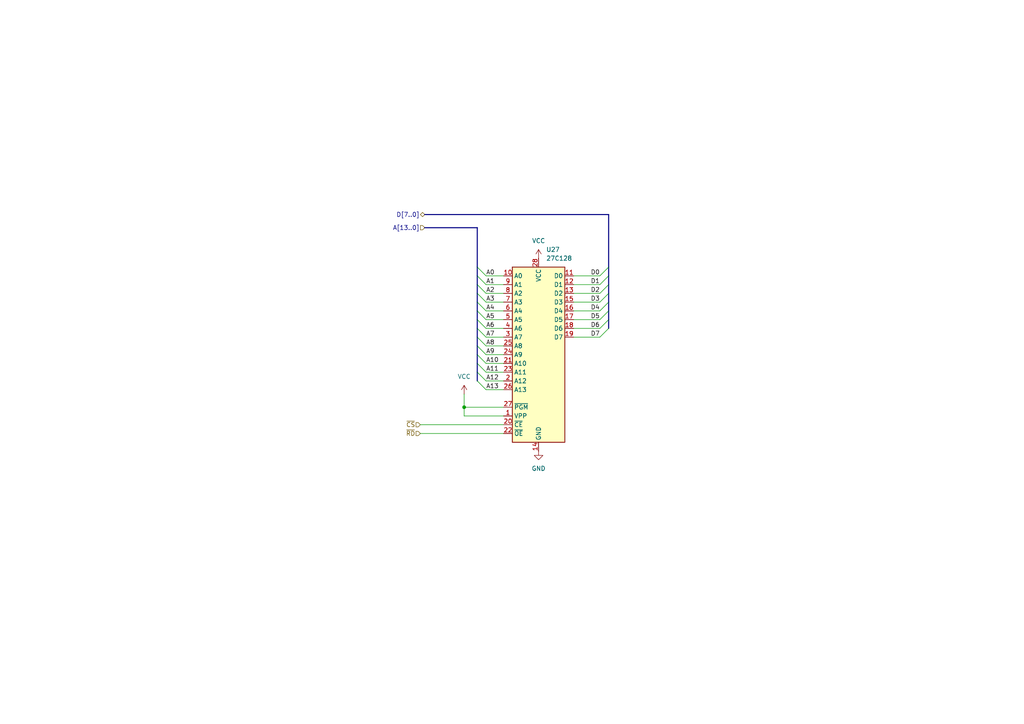
<source format=kicad_sch>
(kicad_sch (version 20231120) (generator "eeschema") (generator_version "8.0")
  (paper "A4")
  (lib_symbols
    (symbol "Memory_EPROM:27C128"
      (property "Reference" "U" (at -7.62 26.67 0))
      (property "Value" "27C128" (at 2.54 -26.67 0))
      (symbol "27C128_1_1"
        (rectangle (start -7.62 25.4) (end 7.62 -25.4) (stroke (width 0.254)) (fill (type background)))
        (pin input line (at -10.16 -17.78 0) (length 2.54) (name "VPP") (number "1"))
        (pin input line (at -10.16 22.86 0) (length 2.54) (name "A0") (number "10"))
        (pin tri_state line (at 10.16 22.86 180) (length 2.54) (name "D0") (number "11"))
        (pin tri_state line (at 10.16 20.32 180) (length 2.54) (name "D1") (number "12"))
        (pin tri_state line (at 10.16 17.78 180) (length 2.54) (name "D2") (number "13"))
        (pin power_in line (at 0 -27.94 90) (length 2.54) (name "GND") (number "14"))
        (pin tri_state line (at 10.16 15.24 180) (length 2.54) (name "D3") (number "15"))
        (pin tri_state line (at 10.16 12.7 180) (length 2.54) (name "D4") (number "16"))
        (pin tri_state line (at 10.16 10.16 180) (length 2.54) (name "D5") (number "17"))
        (pin tri_state line (at 10.16 7.62 180) (length 2.54) (name "D6") (number "18"))
        (pin tri_state line (at 10.16 5.08 180) (length 2.54) (name "D7") (number "19"))
        (pin input line (at -10.16 -7.62 0) (length 2.54) (name "A12") (number "2"))
        (pin input line (at -10.16 -20.32 0) (length 2.54) (name "~{CE}") (number "20"))
        (pin input line (at -10.16 -2.54 0) (length 2.54) (name "A10") (number "21"))
        (pin input line (at -10.16 -22.86 0) (length 2.54) (name "~{OE}") (number "22"))
        (pin input line (at -10.16 -5.08 0) (length 2.54) (name "A11") (number "23"))
        (pin input line (at -10.16 0 0) (length 2.54) (name "A9") (number "24"))
        (pin input line (at -10.16 2.54 0) (length 2.54) (name "A8") (number "25"))
        (pin input line (at -10.16 -10.16 0) (length 2.54) (name "A13") (number "26"))
        (pin input line (at -10.16 -15.24 0) (length 2.54) (name "~{PGM}") (number "27"))
        (pin power_in line (at 0 27.94 270) (length 2.54) (name "VCC") (number "28"))
        (pin input line (at -10.16 5.08 0) (length 2.54) (name "A7") (number "3"))
        (pin input line (at -10.16 7.62 0) (length 2.54) (name "A6") (number "4"))
        (pin input line (at -10.16 10.16 0) (length 2.54) (name "A5") (number "5"))
        (pin input line (at -10.16 12.7 0) (length 2.54) (name "A4") (number "6"))
        (pin input line (at -10.16 15.24 0) (length 2.54) (name "A3") (number "7"))
        (pin input line (at -10.16 17.78 0) (length 2.54) (name "A2") (number "8"))
        (pin input line (at -10.16 20.32 0) (length 2.54) (name "A1") (number "9"))
      )
    )
    (symbol "power:GND" (power) (pin_numbers hide) (pin_names (offset 0) hide)
      (property "Value" "GND" (at 0 -3.81 0))
      (symbol "GND_0_1"
        (polyline (pts (xy 0 0) (xy 0 -1.27) (xy 1.27 -1.27) (xy 0 -2.54) (xy -1.27 -1.27) (xy 0 -1.27)))
      )
      (symbol "GND_1_1"
        (pin power_in line (at 0 0 270) (length 0) (name "~") (number "1"))
      )
    )
    (symbol "power:VCC" (power) (pin_numbers hide) (pin_names (offset 0) hide)
      (property "Value" "VCC" (at 0 3.556 0))
      (symbol "VCC_0_1"
        (polyline (pts (xy -0.762 1.27) (xy 0 2.54)))
        (polyline (pts (xy 0 0) (xy 0 2.54)))
        (polyline (pts (xy 0 2.54) (xy 0.762 1.27)))
      )
      (symbol "VCC_1_1"
        (pin power_in line (at 0 0 90) (length 0) (name "~") (number "1"))
      )
    )
  )
  (junction (at 134.62 118.11))
  (bus_entry (at 176.53 77.47) (size -2.54 2.54))
  (bus_entry (at 138.43 100.33) (size 2.54 2.54))
  (bus_entry (at 138.43 85.09) (size 2.54 2.54))
  (bus_entry (at 138.43 92.71) (size 2.54 2.54))
  (bus_entry (at 138.43 102.87) (size 2.54 2.54))
  (bus_entry (at 138.43 82.55) (size 2.54 2.54))
  (bus_entry (at 176.53 90.17) (size -2.54 2.54))
  (bus_entry (at 176.53 95.25) (size -2.54 2.54))
  (bus_entry (at 138.43 110.49) (size 2.54 2.54))
  (bus_entry (at 138.43 97.79) (size 2.54 2.54))
  (bus_entry (at 176.53 92.71) (size -2.54 2.54))
  (bus_entry (at 138.43 87.63) (size 2.54 2.54))
  (bus_entry (at 176.53 82.55) (size -2.54 2.54))
  (bus_entry (at 138.43 77.47) (size 2.54 2.54))
  (bus_entry (at 176.53 87.63) (size -2.54 2.54))
  (bus_entry (at 138.43 105.41) (size 2.54 2.54))
  (bus_entry (at 176.53 85.09) (size -2.54 2.54))
  (bus_entry (at 176.53 80.01) (size -2.54 2.54))
  (bus_entry (at 138.43 107.95) (size 2.54 2.54))
  (bus_entry (at 138.43 80.01) (size 2.54 2.54))
  (bus_entry (at 138.43 95.25) (size 2.54 2.54))
  (bus_entry (at 138.43 90.17) (size 2.54 2.54))
  (bus (pts (xy 138.43 105.41) (xy 138.43 107.95)))
  (wire (pts (xy 134.62 118.11) (xy 134.62 114.3)))
  (bus (pts (xy 138.43 107.95) (xy 138.43 110.49)))
  (wire (pts (xy 140.97 105.41) (xy 146.05 105.41)))
  (wire (pts (xy 140.97 85.09) (xy 146.05 85.09)))
  (bus (pts (xy 176.53 77.47) (xy 176.53 80.01)))
  (wire (pts (xy 140.97 90.17) (xy 146.05 90.17)))
  (wire (pts (xy 166.37 95.25) (xy 173.99 95.25)))
  (bus (pts (xy 138.43 95.25) (xy 138.43 97.79)))
  (wire (pts (xy 140.97 92.71) (xy 146.05 92.71)))
  (wire (pts (xy 140.97 102.87) (xy 146.05 102.87)))
  (bus (pts (xy 138.43 102.87) (xy 138.43 105.41)))
  (bus (pts (xy 176.53 82.55) (xy 176.53 85.09)))
  (wire (pts (xy 140.97 97.79) (xy 146.05 97.79)))
  (bus (pts (xy 176.53 80.01) (xy 176.53 82.55)))
  (wire (pts (xy 134.62 120.65) (xy 134.62 118.11)))
  (bus (pts (xy 176.53 92.71) (xy 176.53 95.25)))
  (wire (pts (xy 140.97 110.49) (xy 146.05 110.49)))
  (bus (pts (xy 138.43 77.47) (xy 138.43 80.01)))
  (bus (pts (xy 138.43 87.63) (xy 138.43 90.17)))
  (wire (pts (xy 166.37 82.55) (xy 173.99 82.55)))
  (wire (pts (xy 166.37 80.01) (xy 173.99 80.01)))
  (bus (pts (xy 176.53 62.23) (xy 176.53 77.47)))
  (wire (pts (xy 166.37 87.63) (xy 173.99 87.63)))
  (wire (pts (xy 121.92 123.19) (xy 146.05 123.19)))
  (bus (pts (xy 138.43 100.33) (xy 138.43 102.87)))
  (bus (pts (xy 176.53 85.09) (xy 176.53 87.63)))
  (wire (pts (xy 140.97 82.55) (xy 146.05 82.55)))
  (wire (pts (xy 140.97 87.63) (xy 146.05 87.63)))
  (bus (pts (xy 138.43 82.55) (xy 138.43 85.09)))
  (wire (pts (xy 146.05 120.65) (xy 134.62 120.65)))
  (wire (pts (xy 166.37 97.79) (xy 173.99 97.79)))
  (bus (pts (xy 138.43 80.01) (xy 138.43 82.55)))
  (wire (pts (xy 166.37 85.09) (xy 173.99 85.09)))
  (bus (pts (xy 176.53 87.63) (xy 176.53 90.17)))
  (bus (pts (xy 138.43 92.71) (xy 138.43 95.25)))
  (wire (pts (xy 140.97 100.33) (xy 146.05 100.33)))
  (wire (pts (xy 140.97 113.03) (xy 146.05 113.03)))
  (wire (pts (xy 146.05 118.11) (xy 134.62 118.11)))
  (wire (pts (xy 140.97 107.95) (xy 146.05 107.95)))
  (wire (pts (xy 140.97 95.25) (xy 146.05 95.25)))
  (bus (pts (xy 123.19 66.04) (xy 138.43 66.04)))
  (bus (pts (xy 138.43 66.04) (xy 138.43 77.47)))
  (wire (pts (xy 140.97 80.01) (xy 146.05 80.01)))
  (wire (pts (xy 166.37 90.17) (xy 173.99 90.17)))
  (wire (pts (xy 121.92 125.73) (xy 146.05 125.73)))
  (wire (pts (xy 166.37 92.71) (xy 173.99 92.71)))
  (bus (pts (xy 138.43 90.17) (xy 138.43 92.71)))
  (bus (pts (xy 123.19 62.23) (xy 176.53 62.23)))
  (bus (pts (xy 138.43 97.79) (xy 138.43 100.33)))
  (bus (pts (xy 138.43 85.09) (xy 138.43 87.63)))
  (bus (pts (xy 176.53 90.17) (xy 176.53 92.71)))
  (label "A1" (at 140.97 82.55 0))
  (label "A11" (at 140.97 107.95 0))
  (label "A7" (at 140.97 97.79 0))
  (label "A12" (at 140.97 110.49 0))
  (label "D3" (at 173.99 87.63 180))
  (label "A3" (at 140.97 87.63 0))
  (label "A6" (at 140.97 95.25 0))
  (label "D4" (at 173.99 90.17 180))
  (label "D5" (at 173.99 92.71 180))
  (label "D1" (at 173.99 82.55 180))
  (label "A2" (at 140.97 85.09 0))
  (label "A0" (at 140.97 80.01 0))
  (label "D7" (at 173.99 97.79 180))
  (label "A5" (at 140.97 92.71 0))
  (label "A10" (at 140.97 105.41 0))
  (label "A13" (at 140.97 113.03 0))
  (label "D2" (at 173.99 85.09 180))
  (label "A9" (at 140.97 102.87 0))
  (label "D0" (at 173.99 80.01 180))
  (label "D6" (at 173.99 95.25 180))
  (label "A8" (at 140.97 100.33 0))
  (label "A4" (at 140.97 90.17 0))
  (hierarchical_label "~{CS}" (shape input) (at 121.92 123.19 180))
  (hierarchical_label "D[7..0]" (shape tri_state) (at 123.19 62.23 180))
  (hierarchical_label "~{RD}" (shape input) (at 121.92 125.73 180))
  (hierarchical_label "A[13..0]" (shape input) (at 123.19 66.04 180))
  (symbol (lib_id "power:VCC") (at 134.62 114.3 0) (unit 1)
    (property "Reference" "#PWR0231" (effects (hide yes)))
    (property "Value" "VCC" (at 134.62 109.22 0))
    (property "Description" "Power symbol creates a global label with name \"VCC\"" (effects (hide yes)))
  )
  (symbol (lib_id "power:GND") (at 156.21 130.81 0) (unit 1)
    (property "Reference" "#PWR0230" (effects (hide yes)))
    (property "Value" "GND" (at 156.21 135.89 0))
    (property "Description" "Power symbol creates a global label with name \"GND\" , ground" (effects (hide yes)))
  )
  (symbol (lib_id "power:VCC") (at 156.21 74.93 0) (unit 1)
    (property "Reference" "#PWR0229" (effects (hide yes)))
    (property "Value" "VCC" (at 156.21 69.85 0))
    (property "Description" "Power symbol creates a global label with name \"VCC\"" (effects (hide yes)))
  )
  (symbol (lib_id "Memory_EPROM:27C128") (at 156.21 102.87 0) (unit 1)
    (property "Reference" "U27" (at 158.4041 72.39 0) (effects (justify left)))
    (property "Value" "27C128" (at 158.4041 74.93 0) (effects (justify left)))
    (property "Footprint" "Package_DIP:DIP-28_W15.24mm" (effects (hide yes)))
    (property "Datasheet" "http://ww1.microchip.com/downloads/en/devicedoc/11003L.pdf" (effects (hide yes)))
    (property "Description" "OTP EPROM 128 KiBit, [Obsolete 2004-01]" (effects (hide yes)))
  )
)
</source>
